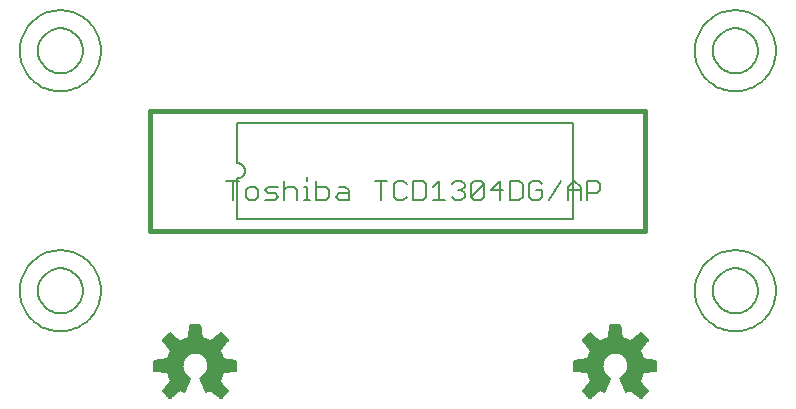
<source format=gto>
G75*
G70*
%OFA0B0*%
%FSLAX24Y24*%
%IPPOS*%
%LPD*%
%AMOC8*
5,1,8,0,0,1.08239X$1,22.5*
%
%ADD10C,0.0060*%
%ADD11C,0.0160*%
%ADD12C,0.0080*%
%ADD13C,0.0059*%
D10*
X000750Y005100D02*
X000752Y005173D01*
X000758Y005246D01*
X000768Y005318D01*
X000782Y005390D01*
X000799Y005461D01*
X000821Y005531D01*
X000846Y005600D01*
X000875Y005667D01*
X000907Y005732D01*
X000943Y005796D01*
X000983Y005858D01*
X001025Y005917D01*
X001071Y005974D01*
X001120Y006028D01*
X001172Y006080D01*
X001226Y006129D01*
X001283Y006175D01*
X001342Y006217D01*
X001404Y006257D01*
X001468Y006293D01*
X001533Y006325D01*
X001600Y006354D01*
X001669Y006379D01*
X001739Y006401D01*
X001810Y006418D01*
X001882Y006432D01*
X001954Y006442D01*
X002027Y006448D01*
X002100Y006450D01*
X002173Y006448D01*
X002246Y006442D01*
X002318Y006432D01*
X002390Y006418D01*
X002461Y006401D01*
X002531Y006379D01*
X002600Y006354D01*
X002667Y006325D01*
X002732Y006293D01*
X002796Y006257D01*
X002858Y006217D01*
X002917Y006175D01*
X002974Y006129D01*
X003028Y006080D01*
X003080Y006028D01*
X003129Y005974D01*
X003175Y005917D01*
X003217Y005858D01*
X003257Y005796D01*
X003293Y005732D01*
X003325Y005667D01*
X003354Y005600D01*
X003379Y005531D01*
X003401Y005461D01*
X003418Y005390D01*
X003432Y005318D01*
X003442Y005246D01*
X003448Y005173D01*
X003450Y005100D01*
X003448Y005027D01*
X003442Y004954D01*
X003432Y004882D01*
X003418Y004810D01*
X003401Y004739D01*
X003379Y004669D01*
X003354Y004600D01*
X003325Y004533D01*
X003293Y004468D01*
X003257Y004404D01*
X003217Y004342D01*
X003175Y004283D01*
X003129Y004226D01*
X003080Y004172D01*
X003028Y004120D01*
X002974Y004071D01*
X002917Y004025D01*
X002858Y003983D01*
X002796Y003943D01*
X002732Y003907D01*
X002667Y003875D01*
X002600Y003846D01*
X002531Y003821D01*
X002461Y003799D01*
X002390Y003782D01*
X002318Y003768D01*
X002246Y003758D01*
X002173Y003752D01*
X002100Y003750D01*
X002027Y003752D01*
X001954Y003758D01*
X001882Y003768D01*
X001810Y003782D01*
X001739Y003799D01*
X001669Y003821D01*
X001600Y003846D01*
X001533Y003875D01*
X001468Y003907D01*
X001404Y003943D01*
X001342Y003983D01*
X001283Y004025D01*
X001226Y004071D01*
X001172Y004120D01*
X001120Y004172D01*
X001071Y004226D01*
X001025Y004283D01*
X000983Y004342D01*
X000943Y004404D01*
X000907Y004468D01*
X000875Y004533D01*
X000846Y004600D01*
X000821Y004669D01*
X000799Y004739D01*
X000782Y004810D01*
X000768Y004882D01*
X000758Y004954D01*
X000752Y005027D01*
X000750Y005100D01*
X007630Y008771D02*
X008057Y008771D01*
X008000Y008850D02*
X008000Y007500D01*
X019200Y007500D01*
X019200Y010700D01*
X008000Y010700D01*
X008000Y009350D01*
X008030Y009348D01*
X008060Y009343D01*
X008089Y009334D01*
X008116Y009321D01*
X008142Y009306D01*
X008166Y009287D01*
X008187Y009266D01*
X008206Y009242D01*
X008221Y009216D01*
X008234Y009189D01*
X008243Y009160D01*
X008248Y009130D01*
X008250Y009100D01*
X008248Y009070D01*
X008243Y009040D01*
X008234Y009011D01*
X008221Y008984D01*
X008206Y008958D01*
X008187Y008934D01*
X008166Y008913D01*
X008142Y008894D01*
X008116Y008879D01*
X008089Y008866D01*
X008060Y008857D01*
X008030Y008852D01*
X008000Y008850D01*
X007844Y008771D02*
X007844Y008130D01*
X008275Y008237D02*
X008381Y008130D01*
X008595Y008130D01*
X008702Y008237D01*
X008702Y008450D01*
X008595Y008557D01*
X008381Y008557D01*
X008275Y008450D01*
X008275Y008237D01*
X008919Y008130D02*
X009239Y008130D01*
X009346Y008237D01*
X009239Y008344D01*
X009026Y008344D01*
X008919Y008450D01*
X009026Y008557D01*
X009346Y008557D01*
X009564Y008450D02*
X009670Y008557D01*
X009884Y008557D01*
X009991Y008450D01*
X009991Y008130D01*
X010208Y008130D02*
X010422Y008130D01*
X010315Y008130D02*
X010315Y008557D01*
X010208Y008557D01*
X010638Y008557D02*
X010958Y008557D01*
X011065Y008450D01*
X011065Y008237D01*
X010958Y008130D01*
X010638Y008130D01*
X010638Y008771D01*
X010315Y008771D02*
X010315Y008877D01*
X009564Y008771D02*
X009564Y008130D01*
X011282Y008237D02*
X011389Y008130D01*
X011709Y008130D01*
X011709Y008450D01*
X011603Y008557D01*
X011389Y008557D01*
X011389Y008344D02*
X011709Y008344D01*
X011389Y008344D02*
X011282Y008237D01*
X012572Y008771D02*
X012999Y008771D01*
X012785Y008771D02*
X012785Y008130D01*
X013216Y008237D02*
X013323Y008130D01*
X013536Y008130D01*
X013643Y008237D01*
X013861Y008130D02*
X014181Y008130D01*
X014288Y008237D01*
X014288Y008664D01*
X014181Y008771D01*
X013861Y008771D01*
X013861Y008130D01*
X013216Y008237D02*
X013216Y008664D01*
X013323Y008771D01*
X013536Y008771D01*
X013643Y008664D01*
X014505Y008557D02*
X014719Y008771D01*
X014719Y008130D01*
X014932Y008130D02*
X014505Y008130D01*
X015150Y008237D02*
X015257Y008130D01*
X015470Y008130D01*
X015577Y008237D01*
X015577Y008344D01*
X015470Y008450D01*
X015363Y008450D01*
X015470Y008450D02*
X015577Y008557D01*
X015577Y008664D01*
X015470Y008771D01*
X015257Y008771D01*
X015150Y008664D01*
X015794Y008664D02*
X015794Y008237D01*
X016221Y008664D01*
X016221Y008237D01*
X016115Y008130D01*
X015901Y008130D01*
X015794Y008237D01*
X016439Y008450D02*
X016866Y008450D01*
X016759Y008130D02*
X016759Y008771D01*
X016439Y008450D01*
X016221Y008664D02*
X016115Y008771D01*
X015901Y008771D01*
X015794Y008664D01*
X017083Y008771D02*
X017083Y008130D01*
X017404Y008130D01*
X017510Y008237D01*
X017510Y008664D01*
X017404Y008771D01*
X017083Y008771D01*
X017728Y008664D02*
X017728Y008237D01*
X017835Y008130D01*
X018048Y008130D01*
X018155Y008237D01*
X018155Y008450D01*
X017941Y008450D01*
X017728Y008664D02*
X017835Y008771D01*
X018048Y008771D01*
X018155Y008664D01*
X018372Y008130D02*
X018800Y008771D01*
X019017Y008557D02*
X019231Y008771D01*
X019444Y008557D01*
X019444Y008130D01*
X019662Y008130D02*
X019662Y008771D01*
X019982Y008771D01*
X020089Y008664D01*
X020089Y008450D01*
X019982Y008344D01*
X019662Y008344D01*
X019444Y008450D02*
X019017Y008450D01*
X019017Y008557D02*
X019017Y008130D01*
X023250Y005100D02*
X023252Y005173D01*
X023258Y005246D01*
X023268Y005318D01*
X023282Y005390D01*
X023299Y005461D01*
X023321Y005531D01*
X023346Y005600D01*
X023375Y005667D01*
X023407Y005732D01*
X023443Y005796D01*
X023483Y005858D01*
X023525Y005917D01*
X023571Y005974D01*
X023620Y006028D01*
X023672Y006080D01*
X023726Y006129D01*
X023783Y006175D01*
X023842Y006217D01*
X023904Y006257D01*
X023968Y006293D01*
X024033Y006325D01*
X024100Y006354D01*
X024169Y006379D01*
X024239Y006401D01*
X024310Y006418D01*
X024382Y006432D01*
X024454Y006442D01*
X024527Y006448D01*
X024600Y006450D01*
X024673Y006448D01*
X024746Y006442D01*
X024818Y006432D01*
X024890Y006418D01*
X024961Y006401D01*
X025031Y006379D01*
X025100Y006354D01*
X025167Y006325D01*
X025232Y006293D01*
X025296Y006257D01*
X025358Y006217D01*
X025417Y006175D01*
X025474Y006129D01*
X025528Y006080D01*
X025580Y006028D01*
X025629Y005974D01*
X025675Y005917D01*
X025717Y005858D01*
X025757Y005796D01*
X025793Y005732D01*
X025825Y005667D01*
X025854Y005600D01*
X025879Y005531D01*
X025901Y005461D01*
X025918Y005390D01*
X025932Y005318D01*
X025942Y005246D01*
X025948Y005173D01*
X025950Y005100D01*
X025948Y005027D01*
X025942Y004954D01*
X025932Y004882D01*
X025918Y004810D01*
X025901Y004739D01*
X025879Y004669D01*
X025854Y004600D01*
X025825Y004533D01*
X025793Y004468D01*
X025757Y004404D01*
X025717Y004342D01*
X025675Y004283D01*
X025629Y004226D01*
X025580Y004172D01*
X025528Y004120D01*
X025474Y004071D01*
X025417Y004025D01*
X025358Y003983D01*
X025296Y003943D01*
X025232Y003907D01*
X025167Y003875D01*
X025100Y003846D01*
X025031Y003821D01*
X024961Y003799D01*
X024890Y003782D01*
X024818Y003768D01*
X024746Y003758D01*
X024673Y003752D01*
X024600Y003750D01*
X024527Y003752D01*
X024454Y003758D01*
X024382Y003768D01*
X024310Y003782D01*
X024239Y003799D01*
X024169Y003821D01*
X024100Y003846D01*
X024033Y003875D01*
X023968Y003907D01*
X023904Y003943D01*
X023842Y003983D01*
X023783Y004025D01*
X023726Y004071D01*
X023672Y004120D01*
X023620Y004172D01*
X023571Y004226D01*
X023525Y004283D01*
X023483Y004342D01*
X023443Y004404D01*
X023407Y004468D01*
X023375Y004533D01*
X023346Y004600D01*
X023321Y004669D01*
X023299Y004739D01*
X023282Y004810D01*
X023268Y004882D01*
X023258Y004954D01*
X023252Y005027D01*
X023250Y005100D01*
X023250Y013100D02*
X023252Y013173D01*
X023258Y013246D01*
X023268Y013318D01*
X023282Y013390D01*
X023299Y013461D01*
X023321Y013531D01*
X023346Y013600D01*
X023375Y013667D01*
X023407Y013732D01*
X023443Y013796D01*
X023483Y013858D01*
X023525Y013917D01*
X023571Y013974D01*
X023620Y014028D01*
X023672Y014080D01*
X023726Y014129D01*
X023783Y014175D01*
X023842Y014217D01*
X023904Y014257D01*
X023968Y014293D01*
X024033Y014325D01*
X024100Y014354D01*
X024169Y014379D01*
X024239Y014401D01*
X024310Y014418D01*
X024382Y014432D01*
X024454Y014442D01*
X024527Y014448D01*
X024600Y014450D01*
X024673Y014448D01*
X024746Y014442D01*
X024818Y014432D01*
X024890Y014418D01*
X024961Y014401D01*
X025031Y014379D01*
X025100Y014354D01*
X025167Y014325D01*
X025232Y014293D01*
X025296Y014257D01*
X025358Y014217D01*
X025417Y014175D01*
X025474Y014129D01*
X025528Y014080D01*
X025580Y014028D01*
X025629Y013974D01*
X025675Y013917D01*
X025717Y013858D01*
X025757Y013796D01*
X025793Y013732D01*
X025825Y013667D01*
X025854Y013600D01*
X025879Y013531D01*
X025901Y013461D01*
X025918Y013390D01*
X025932Y013318D01*
X025942Y013246D01*
X025948Y013173D01*
X025950Y013100D01*
X025948Y013027D01*
X025942Y012954D01*
X025932Y012882D01*
X025918Y012810D01*
X025901Y012739D01*
X025879Y012669D01*
X025854Y012600D01*
X025825Y012533D01*
X025793Y012468D01*
X025757Y012404D01*
X025717Y012342D01*
X025675Y012283D01*
X025629Y012226D01*
X025580Y012172D01*
X025528Y012120D01*
X025474Y012071D01*
X025417Y012025D01*
X025358Y011983D01*
X025296Y011943D01*
X025232Y011907D01*
X025167Y011875D01*
X025100Y011846D01*
X025031Y011821D01*
X024961Y011799D01*
X024890Y011782D01*
X024818Y011768D01*
X024746Y011758D01*
X024673Y011752D01*
X024600Y011750D01*
X024527Y011752D01*
X024454Y011758D01*
X024382Y011768D01*
X024310Y011782D01*
X024239Y011799D01*
X024169Y011821D01*
X024100Y011846D01*
X024033Y011875D01*
X023968Y011907D01*
X023904Y011943D01*
X023842Y011983D01*
X023783Y012025D01*
X023726Y012071D01*
X023672Y012120D01*
X023620Y012172D01*
X023571Y012226D01*
X023525Y012283D01*
X023483Y012342D01*
X023443Y012404D01*
X023407Y012468D01*
X023375Y012533D01*
X023346Y012600D01*
X023321Y012669D01*
X023299Y012739D01*
X023282Y012810D01*
X023268Y012882D01*
X023258Y012954D01*
X023252Y013027D01*
X023250Y013100D01*
X000750Y013100D02*
X000752Y013173D01*
X000758Y013246D01*
X000768Y013318D01*
X000782Y013390D01*
X000799Y013461D01*
X000821Y013531D01*
X000846Y013600D01*
X000875Y013667D01*
X000907Y013732D01*
X000943Y013796D01*
X000983Y013858D01*
X001025Y013917D01*
X001071Y013974D01*
X001120Y014028D01*
X001172Y014080D01*
X001226Y014129D01*
X001283Y014175D01*
X001342Y014217D01*
X001404Y014257D01*
X001468Y014293D01*
X001533Y014325D01*
X001600Y014354D01*
X001669Y014379D01*
X001739Y014401D01*
X001810Y014418D01*
X001882Y014432D01*
X001954Y014442D01*
X002027Y014448D01*
X002100Y014450D01*
X002173Y014448D01*
X002246Y014442D01*
X002318Y014432D01*
X002390Y014418D01*
X002461Y014401D01*
X002531Y014379D01*
X002600Y014354D01*
X002667Y014325D01*
X002732Y014293D01*
X002796Y014257D01*
X002858Y014217D01*
X002917Y014175D01*
X002974Y014129D01*
X003028Y014080D01*
X003080Y014028D01*
X003129Y013974D01*
X003175Y013917D01*
X003217Y013858D01*
X003257Y013796D01*
X003293Y013732D01*
X003325Y013667D01*
X003354Y013600D01*
X003379Y013531D01*
X003401Y013461D01*
X003418Y013390D01*
X003432Y013318D01*
X003442Y013246D01*
X003448Y013173D01*
X003450Y013100D01*
X003448Y013027D01*
X003442Y012954D01*
X003432Y012882D01*
X003418Y012810D01*
X003401Y012739D01*
X003379Y012669D01*
X003354Y012600D01*
X003325Y012533D01*
X003293Y012468D01*
X003257Y012404D01*
X003217Y012342D01*
X003175Y012283D01*
X003129Y012226D01*
X003080Y012172D01*
X003028Y012120D01*
X002974Y012071D01*
X002917Y012025D01*
X002858Y011983D01*
X002796Y011943D01*
X002732Y011907D01*
X002667Y011875D01*
X002600Y011846D01*
X002531Y011821D01*
X002461Y011799D01*
X002390Y011782D01*
X002318Y011768D01*
X002246Y011758D01*
X002173Y011752D01*
X002100Y011750D01*
X002027Y011752D01*
X001954Y011758D01*
X001882Y011768D01*
X001810Y011782D01*
X001739Y011799D01*
X001669Y011821D01*
X001600Y011846D01*
X001533Y011875D01*
X001468Y011907D01*
X001404Y011943D01*
X001342Y011983D01*
X001283Y012025D01*
X001226Y012071D01*
X001172Y012120D01*
X001120Y012172D01*
X001071Y012226D01*
X001025Y012283D01*
X000983Y012342D01*
X000943Y012404D01*
X000907Y012468D01*
X000875Y012533D01*
X000846Y012600D01*
X000821Y012669D01*
X000799Y012739D01*
X000782Y012810D01*
X000768Y012882D01*
X000758Y012954D01*
X000752Y013027D01*
X000750Y013100D01*
D11*
X005100Y011100D02*
X005100Y007100D01*
X021600Y007100D01*
X021600Y011100D01*
X005100Y011100D01*
D12*
X001352Y013100D02*
X001354Y013155D01*
X001360Y013209D01*
X001370Y013263D01*
X001384Y013315D01*
X001401Y013367D01*
X001423Y013417D01*
X001448Y013466D01*
X001476Y013513D01*
X001508Y013557D01*
X001543Y013599D01*
X001581Y013638D01*
X001622Y013675D01*
X001665Y013708D01*
X001710Y013738D01*
X001758Y013765D01*
X001807Y013788D01*
X001858Y013808D01*
X001911Y013824D01*
X001964Y013836D01*
X002018Y013844D01*
X002073Y013848D01*
X002127Y013848D01*
X002182Y013844D01*
X002236Y013836D01*
X002289Y013824D01*
X002342Y013808D01*
X002393Y013788D01*
X002442Y013765D01*
X002490Y013738D01*
X002535Y013708D01*
X002578Y013675D01*
X002619Y013638D01*
X002657Y013599D01*
X002692Y013557D01*
X002724Y013513D01*
X002752Y013466D01*
X002777Y013417D01*
X002799Y013367D01*
X002816Y013315D01*
X002830Y013263D01*
X002840Y013209D01*
X002846Y013155D01*
X002848Y013100D01*
X002846Y013045D01*
X002840Y012991D01*
X002830Y012937D01*
X002816Y012885D01*
X002799Y012833D01*
X002777Y012783D01*
X002752Y012734D01*
X002724Y012687D01*
X002692Y012643D01*
X002657Y012601D01*
X002619Y012562D01*
X002578Y012525D01*
X002535Y012492D01*
X002490Y012462D01*
X002442Y012435D01*
X002393Y012412D01*
X002342Y012392D01*
X002289Y012376D01*
X002236Y012364D01*
X002182Y012356D01*
X002127Y012352D01*
X002073Y012352D01*
X002018Y012356D01*
X001964Y012364D01*
X001911Y012376D01*
X001858Y012392D01*
X001807Y012412D01*
X001758Y012435D01*
X001710Y012462D01*
X001665Y012492D01*
X001622Y012525D01*
X001581Y012562D01*
X001543Y012601D01*
X001508Y012643D01*
X001476Y012687D01*
X001448Y012734D01*
X001423Y012783D01*
X001401Y012833D01*
X001384Y012885D01*
X001370Y012937D01*
X001360Y012991D01*
X001354Y013045D01*
X001352Y013100D01*
X001352Y005100D02*
X001354Y005155D01*
X001360Y005209D01*
X001370Y005263D01*
X001384Y005315D01*
X001401Y005367D01*
X001423Y005417D01*
X001448Y005466D01*
X001476Y005513D01*
X001508Y005557D01*
X001543Y005599D01*
X001581Y005638D01*
X001622Y005675D01*
X001665Y005708D01*
X001710Y005738D01*
X001758Y005765D01*
X001807Y005788D01*
X001858Y005808D01*
X001911Y005824D01*
X001964Y005836D01*
X002018Y005844D01*
X002073Y005848D01*
X002127Y005848D01*
X002182Y005844D01*
X002236Y005836D01*
X002289Y005824D01*
X002342Y005808D01*
X002393Y005788D01*
X002442Y005765D01*
X002490Y005738D01*
X002535Y005708D01*
X002578Y005675D01*
X002619Y005638D01*
X002657Y005599D01*
X002692Y005557D01*
X002724Y005513D01*
X002752Y005466D01*
X002777Y005417D01*
X002799Y005367D01*
X002816Y005315D01*
X002830Y005263D01*
X002840Y005209D01*
X002846Y005155D01*
X002848Y005100D01*
X002846Y005045D01*
X002840Y004991D01*
X002830Y004937D01*
X002816Y004885D01*
X002799Y004833D01*
X002777Y004783D01*
X002752Y004734D01*
X002724Y004687D01*
X002692Y004643D01*
X002657Y004601D01*
X002619Y004562D01*
X002578Y004525D01*
X002535Y004492D01*
X002490Y004462D01*
X002442Y004435D01*
X002393Y004412D01*
X002342Y004392D01*
X002289Y004376D01*
X002236Y004364D01*
X002182Y004356D01*
X002127Y004352D01*
X002073Y004352D01*
X002018Y004356D01*
X001964Y004364D01*
X001911Y004376D01*
X001858Y004392D01*
X001807Y004412D01*
X001758Y004435D01*
X001710Y004462D01*
X001665Y004492D01*
X001622Y004525D01*
X001581Y004562D01*
X001543Y004601D01*
X001508Y004643D01*
X001476Y004687D01*
X001448Y004734D01*
X001423Y004783D01*
X001401Y004833D01*
X001384Y004885D01*
X001370Y004937D01*
X001360Y004991D01*
X001354Y005045D01*
X001352Y005100D01*
X023852Y005100D02*
X023854Y005155D01*
X023860Y005209D01*
X023870Y005263D01*
X023884Y005315D01*
X023901Y005367D01*
X023923Y005417D01*
X023948Y005466D01*
X023976Y005513D01*
X024008Y005557D01*
X024043Y005599D01*
X024081Y005638D01*
X024122Y005675D01*
X024165Y005708D01*
X024210Y005738D01*
X024258Y005765D01*
X024307Y005788D01*
X024358Y005808D01*
X024411Y005824D01*
X024464Y005836D01*
X024518Y005844D01*
X024573Y005848D01*
X024627Y005848D01*
X024682Y005844D01*
X024736Y005836D01*
X024789Y005824D01*
X024842Y005808D01*
X024893Y005788D01*
X024942Y005765D01*
X024990Y005738D01*
X025035Y005708D01*
X025078Y005675D01*
X025119Y005638D01*
X025157Y005599D01*
X025192Y005557D01*
X025224Y005513D01*
X025252Y005466D01*
X025277Y005417D01*
X025299Y005367D01*
X025316Y005315D01*
X025330Y005263D01*
X025340Y005209D01*
X025346Y005155D01*
X025348Y005100D01*
X025346Y005045D01*
X025340Y004991D01*
X025330Y004937D01*
X025316Y004885D01*
X025299Y004833D01*
X025277Y004783D01*
X025252Y004734D01*
X025224Y004687D01*
X025192Y004643D01*
X025157Y004601D01*
X025119Y004562D01*
X025078Y004525D01*
X025035Y004492D01*
X024990Y004462D01*
X024942Y004435D01*
X024893Y004412D01*
X024842Y004392D01*
X024789Y004376D01*
X024736Y004364D01*
X024682Y004356D01*
X024627Y004352D01*
X024573Y004352D01*
X024518Y004356D01*
X024464Y004364D01*
X024411Y004376D01*
X024358Y004392D01*
X024307Y004412D01*
X024258Y004435D01*
X024210Y004462D01*
X024165Y004492D01*
X024122Y004525D01*
X024081Y004562D01*
X024043Y004601D01*
X024008Y004643D01*
X023976Y004687D01*
X023948Y004734D01*
X023923Y004783D01*
X023901Y004833D01*
X023884Y004885D01*
X023870Y004937D01*
X023860Y004991D01*
X023854Y005045D01*
X023852Y005100D01*
X023852Y013100D02*
X023854Y013155D01*
X023860Y013209D01*
X023870Y013263D01*
X023884Y013315D01*
X023901Y013367D01*
X023923Y013417D01*
X023948Y013466D01*
X023976Y013513D01*
X024008Y013557D01*
X024043Y013599D01*
X024081Y013638D01*
X024122Y013675D01*
X024165Y013708D01*
X024210Y013738D01*
X024258Y013765D01*
X024307Y013788D01*
X024358Y013808D01*
X024411Y013824D01*
X024464Y013836D01*
X024518Y013844D01*
X024573Y013848D01*
X024627Y013848D01*
X024682Y013844D01*
X024736Y013836D01*
X024789Y013824D01*
X024842Y013808D01*
X024893Y013788D01*
X024942Y013765D01*
X024990Y013738D01*
X025035Y013708D01*
X025078Y013675D01*
X025119Y013638D01*
X025157Y013599D01*
X025192Y013557D01*
X025224Y013513D01*
X025252Y013466D01*
X025277Y013417D01*
X025299Y013367D01*
X025316Y013315D01*
X025330Y013263D01*
X025340Y013209D01*
X025346Y013155D01*
X025348Y013100D01*
X025346Y013045D01*
X025340Y012991D01*
X025330Y012937D01*
X025316Y012885D01*
X025299Y012833D01*
X025277Y012783D01*
X025252Y012734D01*
X025224Y012687D01*
X025192Y012643D01*
X025157Y012601D01*
X025119Y012562D01*
X025078Y012525D01*
X025035Y012492D01*
X024990Y012462D01*
X024942Y012435D01*
X024893Y012412D01*
X024842Y012392D01*
X024789Y012376D01*
X024736Y012364D01*
X024682Y012356D01*
X024627Y012352D01*
X024573Y012352D01*
X024518Y012356D01*
X024464Y012364D01*
X024411Y012376D01*
X024358Y012392D01*
X024307Y012412D01*
X024258Y012435D01*
X024210Y012462D01*
X024165Y012492D01*
X024122Y012525D01*
X024081Y012562D01*
X024043Y012601D01*
X024008Y012643D01*
X023976Y012687D01*
X023948Y012734D01*
X023923Y012783D01*
X023901Y012833D01*
X023884Y012885D01*
X023870Y012937D01*
X023860Y012991D01*
X023854Y013045D01*
X023852Y013100D01*
D13*
X005677Y002387D02*
X005232Y002432D01*
X005232Y002768D01*
X005677Y002813D01*
X005706Y002914D01*
X005746Y003010D01*
X005797Y003102D01*
X005514Y003448D01*
X005752Y003686D01*
X006098Y003403D01*
X006190Y003454D01*
X006286Y003494D01*
X006387Y003523D01*
X006432Y003968D01*
X006768Y003968D01*
X006813Y003523D01*
X006914Y003494D01*
X007010Y003454D01*
X007102Y003403D01*
X007448Y003686D01*
X007686Y003448D01*
X007403Y003102D01*
X007454Y003010D01*
X007494Y002914D01*
X007523Y002813D01*
X007968Y002768D01*
X007968Y002432D01*
X007523Y002387D01*
X007494Y002286D01*
X007454Y002190D01*
X007403Y002098D01*
X007686Y001752D01*
X007448Y001514D01*
X007102Y001797D01*
X007034Y001758D01*
X006963Y001725D01*
X006765Y002202D01*
X006836Y002240D01*
X006899Y002290D01*
X006952Y002352D01*
X006992Y002422D01*
X007018Y002498D01*
X007030Y002578D01*
X007027Y002659D01*
X007008Y002737D01*
X006975Y002811D01*
X006929Y002877D01*
X006872Y002934D01*
X006805Y002979D01*
X006730Y003010D01*
X006651Y003028D01*
X006571Y003030D01*
X006491Y003017D01*
X006415Y002989D01*
X006346Y002948D01*
X006285Y002894D01*
X006236Y002830D01*
X006199Y002758D01*
X006177Y002680D01*
X006169Y002600D01*
X006175Y002528D01*
X006194Y002458D01*
X006223Y002392D01*
X006263Y002332D01*
X006313Y002279D01*
X006371Y002235D01*
X006435Y002202D01*
X006237Y001725D01*
X006166Y001758D01*
X006098Y001797D01*
X005752Y001514D01*
X005514Y001752D01*
X005797Y002098D01*
X005746Y002190D01*
X005706Y002286D01*
X005677Y002387D01*
X005689Y002345D02*
X006255Y002345D01*
X006218Y002402D02*
X005526Y002402D01*
X005706Y002287D02*
X006305Y002287D01*
X006382Y002230D02*
X005730Y002230D01*
X005756Y002172D02*
X006423Y002172D01*
X006399Y002114D02*
X005788Y002114D01*
X005763Y002057D02*
X006375Y002057D01*
X006351Y001999D02*
X005716Y001999D01*
X005669Y001942D02*
X006327Y001942D01*
X006303Y001884D02*
X005622Y001884D01*
X005575Y001827D02*
X006280Y001827D01*
X006256Y001769D02*
X006146Y001769D01*
X006064Y001769D02*
X005528Y001769D01*
X005554Y001712D02*
X005994Y001712D01*
X005923Y001654D02*
X005612Y001654D01*
X005669Y001596D02*
X005853Y001596D01*
X005782Y001539D02*
X005727Y001539D01*
X006849Y001999D02*
X007484Y001999D01*
X007531Y001942D02*
X006873Y001942D01*
X006897Y001884D02*
X007578Y001884D01*
X007625Y001827D02*
X006920Y001827D01*
X006944Y001769D02*
X007054Y001769D01*
X007136Y001769D02*
X007672Y001769D01*
X007646Y001712D02*
X007206Y001712D01*
X007277Y001654D02*
X007588Y001654D01*
X007531Y001596D02*
X007347Y001596D01*
X007418Y001539D02*
X007473Y001539D01*
X007437Y002057D02*
X006825Y002057D01*
X006801Y002114D02*
X007412Y002114D01*
X007444Y002172D02*
X006777Y002172D01*
X006817Y002230D02*
X007470Y002230D01*
X007494Y002287D02*
X006895Y002287D01*
X006946Y002345D02*
X007511Y002345D01*
X007674Y002402D02*
X006981Y002402D01*
X007005Y002460D02*
X007968Y002460D01*
X007968Y002517D02*
X007021Y002517D01*
X007030Y002575D02*
X007968Y002575D01*
X007968Y002632D02*
X007028Y002632D01*
X007019Y002690D02*
X007968Y002690D01*
X007968Y002748D02*
X007004Y002748D01*
X006978Y002805D02*
X007602Y002805D01*
X007509Y002863D02*
X006940Y002863D01*
X006886Y002920D02*
X007491Y002920D01*
X007467Y002978D02*
X006806Y002978D01*
X006396Y002978D02*
X005733Y002978D01*
X005709Y002920D02*
X006315Y002920D01*
X006261Y002863D02*
X005691Y002863D01*
X005598Y002805D02*
X006223Y002805D01*
X006196Y002748D02*
X005232Y002748D01*
X005232Y002690D02*
X006180Y002690D01*
X006172Y002632D02*
X005232Y002632D01*
X005232Y002575D02*
X006171Y002575D01*
X006178Y002517D02*
X005232Y002517D01*
X005232Y002460D02*
X006193Y002460D01*
X005760Y003035D02*
X007440Y003035D01*
X007408Y003093D02*
X005792Y003093D01*
X005757Y003150D02*
X007443Y003150D01*
X007490Y003208D02*
X005710Y003208D01*
X005663Y003266D02*
X007537Y003266D01*
X007584Y003323D02*
X005616Y003323D01*
X005569Y003381D02*
X007631Y003381D01*
X007678Y003438D02*
X007145Y003438D01*
X007215Y003496D02*
X007638Y003496D01*
X007581Y003553D02*
X007286Y003553D01*
X007356Y003611D02*
X007523Y003611D01*
X007466Y003668D02*
X007427Y003668D01*
X007039Y003438D02*
X006161Y003438D01*
X006055Y003438D02*
X005522Y003438D01*
X005562Y003496D02*
X005985Y003496D01*
X005914Y003553D02*
X005619Y003553D01*
X005677Y003611D02*
X005844Y003611D01*
X005773Y003668D02*
X005734Y003668D01*
X006293Y003496D02*
X006907Y003496D01*
X006810Y003553D02*
X006390Y003553D01*
X006396Y003611D02*
X006804Y003611D01*
X006798Y003668D02*
X006402Y003668D01*
X006408Y003726D02*
X006792Y003726D01*
X006787Y003784D02*
X006413Y003784D01*
X006419Y003841D02*
X006781Y003841D01*
X006775Y003899D02*
X006425Y003899D01*
X006431Y003956D02*
X006769Y003956D01*
X019232Y002768D02*
X019232Y002432D01*
X019677Y002387D01*
X019706Y002286D01*
X019746Y002190D01*
X019797Y002098D01*
X019514Y001752D01*
X019752Y001514D01*
X020098Y001797D01*
X020166Y001758D01*
X020237Y001725D01*
X020435Y002202D01*
X020371Y002235D01*
X020313Y002279D01*
X020263Y002332D01*
X020223Y002392D01*
X020194Y002458D01*
X020175Y002528D01*
X020169Y002600D01*
X020177Y002680D01*
X020199Y002758D01*
X020236Y002830D01*
X020285Y002894D01*
X020346Y002948D01*
X020415Y002989D01*
X020491Y003017D01*
X020571Y003030D01*
X020651Y003028D01*
X020730Y003010D01*
X020805Y002979D01*
X020872Y002934D01*
X020929Y002877D01*
X020975Y002811D01*
X021008Y002737D01*
X021027Y002659D01*
X021030Y002578D01*
X021018Y002498D01*
X020992Y002422D01*
X020952Y002352D01*
X020899Y002290D01*
X020836Y002240D01*
X020765Y002202D01*
X020963Y001725D01*
X021034Y001758D01*
X021102Y001797D01*
X021448Y001514D01*
X021686Y001752D01*
X021403Y002098D01*
X021454Y002190D01*
X021494Y002286D01*
X021523Y002387D01*
X021968Y002432D01*
X021968Y002768D01*
X021523Y002813D01*
X021494Y002914D01*
X021454Y003010D01*
X021403Y003102D01*
X021686Y003448D01*
X021448Y003686D01*
X021102Y003403D01*
X021010Y003454D01*
X020914Y003494D01*
X020813Y003523D01*
X020768Y003968D01*
X020432Y003968D01*
X020387Y003523D01*
X020286Y003494D01*
X020190Y003454D01*
X020098Y003403D01*
X019752Y003686D01*
X019514Y003448D01*
X019797Y003102D01*
X019746Y003010D01*
X019706Y002914D01*
X019677Y002813D01*
X019232Y002768D01*
X019232Y002748D02*
X020196Y002748D01*
X020180Y002690D02*
X019232Y002690D01*
X019232Y002632D02*
X020172Y002632D01*
X020171Y002575D02*
X019232Y002575D01*
X019232Y002517D02*
X020178Y002517D01*
X020193Y002460D02*
X019232Y002460D01*
X019526Y002402D02*
X020218Y002402D01*
X020255Y002345D02*
X019689Y002345D01*
X019706Y002287D02*
X020305Y002287D01*
X020382Y002230D02*
X019730Y002230D01*
X019756Y002172D02*
X020423Y002172D01*
X020399Y002114D02*
X019788Y002114D01*
X019763Y002057D02*
X020375Y002057D01*
X020351Y001999D02*
X019716Y001999D01*
X019669Y001942D02*
X020327Y001942D01*
X020303Y001884D02*
X019622Y001884D01*
X019575Y001827D02*
X020280Y001827D01*
X020256Y001769D02*
X020146Y001769D01*
X020064Y001769D02*
X019528Y001769D01*
X019554Y001712D02*
X019994Y001712D01*
X019923Y001654D02*
X019612Y001654D01*
X019669Y001596D02*
X019853Y001596D01*
X019782Y001539D02*
X019727Y001539D01*
X020801Y002114D02*
X021412Y002114D01*
X021437Y002057D02*
X020825Y002057D01*
X020849Y001999D02*
X021484Y001999D01*
X021531Y001942D02*
X020873Y001942D01*
X020897Y001884D02*
X021578Y001884D01*
X021625Y001827D02*
X020920Y001827D01*
X020944Y001769D02*
X021054Y001769D01*
X021136Y001769D02*
X021672Y001769D01*
X021646Y001712D02*
X021206Y001712D01*
X021277Y001654D02*
X021588Y001654D01*
X021531Y001596D02*
X021347Y001596D01*
X021418Y001539D02*
X021473Y001539D01*
X021444Y002172D02*
X020777Y002172D01*
X020817Y002230D02*
X021470Y002230D01*
X021494Y002287D02*
X020895Y002287D01*
X020946Y002345D02*
X021511Y002345D01*
X021674Y002402D02*
X020981Y002402D01*
X021005Y002460D02*
X021968Y002460D01*
X021968Y002517D02*
X021021Y002517D01*
X021030Y002575D02*
X021968Y002575D01*
X021968Y002632D02*
X021028Y002632D01*
X021019Y002690D02*
X021968Y002690D01*
X021968Y002748D02*
X021004Y002748D01*
X020978Y002805D02*
X021602Y002805D01*
X021509Y002863D02*
X020940Y002863D01*
X020886Y002920D02*
X021491Y002920D01*
X021467Y002978D02*
X020806Y002978D01*
X020396Y002978D02*
X019733Y002978D01*
X019709Y002920D02*
X020315Y002920D01*
X020261Y002863D02*
X019691Y002863D01*
X019598Y002805D02*
X020223Y002805D01*
X019760Y003035D02*
X021440Y003035D01*
X021408Y003093D02*
X019792Y003093D01*
X019757Y003150D02*
X021443Y003150D01*
X021490Y003208D02*
X019710Y003208D01*
X019663Y003266D02*
X021537Y003266D01*
X021584Y003323D02*
X019616Y003323D01*
X019569Y003381D02*
X021631Y003381D01*
X021678Y003438D02*
X021145Y003438D01*
X021215Y003496D02*
X021638Y003496D01*
X021581Y003553D02*
X021286Y003553D01*
X021356Y003611D02*
X021523Y003611D01*
X021466Y003668D02*
X021427Y003668D01*
X021039Y003438D02*
X020161Y003438D01*
X020055Y003438D02*
X019522Y003438D01*
X019562Y003496D02*
X019985Y003496D01*
X019914Y003553D02*
X019619Y003553D01*
X019677Y003611D02*
X019844Y003611D01*
X019773Y003668D02*
X019734Y003668D01*
X020293Y003496D02*
X020907Y003496D01*
X020810Y003553D02*
X020390Y003553D01*
X020396Y003611D02*
X020804Y003611D01*
X020798Y003668D02*
X020402Y003668D01*
X020408Y003726D02*
X020792Y003726D01*
X020787Y003784D02*
X020413Y003784D01*
X020419Y003841D02*
X020781Y003841D01*
X020775Y003899D02*
X020425Y003899D01*
X020431Y003956D02*
X020769Y003956D01*
M02*

</source>
